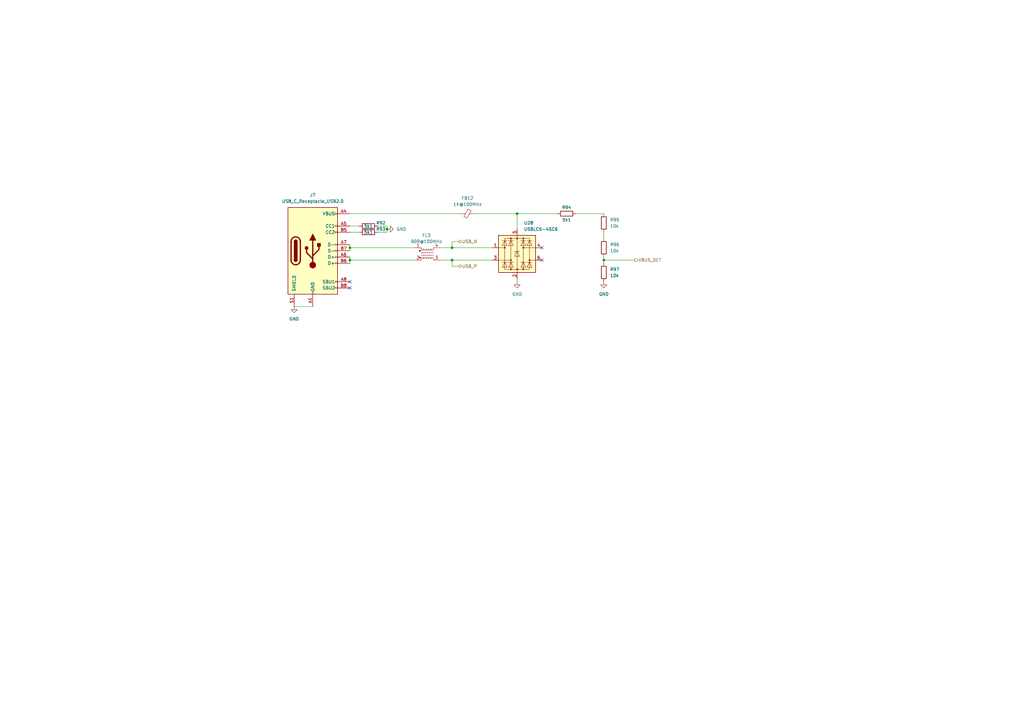
<source format=kicad_sch>
(kicad_sch (version 20211123) (generator eeschema)
  (paper "A3")
  (title_block (title "Kirdy") (date "2022-07-03") (rev "r0.1") (company "M-Labs") (comment 1 "Alex Wong Tat Hang"))
  (lib_symbols
    (symbol "Connector:USB_C_Receptacle_USB2.0" (pin_names (offset 1.016))
      (property "Reference" "J" (at -10.16 19.05 0))
      (property "Value" "USB_C_Receptacle_USB2.0" (at 19.05 19.05 0))
      (symbol "USB_C_Receptacle_USB2.0_0_0"
        (rectangle (start -0.254 -17.78) (end 0.254 -16.764))
        (rectangle (start 10.16 -14.986) (end 9.144 -15.494))
        (rectangle (start 10.16 -12.446) (end 9.144 -12.954))
        (rectangle (start 10.16 -4.826) (end 9.144 -5.334))
        (rectangle (start 10.16 -2.286) (end 9.144 -2.794))
        (rectangle (start 10.16 0.254) (end 9.144 -0.254))
        (rectangle (start 10.16 2.794) (end 9.144 2.286))
        (rectangle (start 10.16 7.874) (end 9.144 7.366))
        (rectangle (start 10.16 10.414) (end 9.144 9.906))
        (rectangle (start 10.16 15.494) (end 9.144 14.986))
      )
      (symbol "USB_C_Receptacle_USB2.0_0_1"
        (rectangle (start -10.16 17.78) (end 10.16 -17.78) (stroke (width 0.254)) (fill (type background)))
        (arc (start -8.89 -3.81) (mid -6.985 -5.715) (end -5.08 -3.81) (stroke (width 0.508)))
        (arc (start -7.62 -3.81) (mid -6.985 -4.445) (end -6.35 -3.81) (stroke (width 0.254)))
        (arc (start -7.62 -3.81) (mid -6.985 -4.445) (end -6.35 -3.81) (stroke (width 0.254)) (fill (type outline)))
        (rectangle (start -7.62 -3.81) (end -6.35 3.81) (stroke (width 0.254)) (fill (type outline)))
        (arc (start -6.35 3.81) (mid -6.985 4.445) (end -7.62 3.81) (stroke (width 0.254)))
        (arc (start -6.35 3.81) (mid -6.985 4.445) (end -7.62 3.81) (stroke (width 0.254)) (fill (type outline)))
        (arc (start -5.08 3.81) (mid -6.985 5.715) (end -8.89 3.81) (stroke (width 0.508)))
        (circle (center -2.54 1.143) (radius 0.635) (stroke (width 0.254)) (fill (type outline)))
        (circle (center 0 -5.842) (radius 1.27) (fill (type outline)))
        (polyline (pts (xy -8.89 -3.81) (xy -8.89 3.81)) (stroke (width 0.508)))
        (polyline (pts (xy -5.08 3.81) (xy -5.08 -3.81)) (stroke (width 0.508)))
        (polyline (pts (xy 0 -5.842) (xy 0 4.318)) (stroke (width 0.508)))
        (polyline (pts (xy 0 -3.302) (xy -2.54 -0.762) (xy -2.54 0.508)) (stroke (width 0.508)))
        (polyline (pts (xy 0 -2.032) (xy 2.54 0.508) (xy 2.54 1.778)) (stroke (width 0.508)))
        (polyline (pts (xy -1.27 4.318) (xy 0 6.858) (xy 1.27 4.318) (xy -1.27 4.318)) (stroke (width 0.254)) (fill (type outline)))
        (rectangle (start 1.905 1.778) (end 3.175 3.048) (stroke (width 0.254)) (fill (type outline)))
      )
      (symbol "USB_C_Receptacle_USB2.0_1_1"
        (pin passive line (at 0 -22.86 90) (length 5.08) (name "GND") (number "A1"))
        (pin passive line (at 0 -22.86 90) (length 5.08) hide (name "GND") (number "A12"))
        (pin passive line (at 15.24 15.24 180) (length 5.08) (name "VBUS") (number "A4"))
        (pin bidirectional line (at 15.24 10.16 180) (length 5.08) (name "CC1") (number "A5"))
        (pin bidirectional line (at 15.24 -2.54 180) (length 5.08) (name "D+") (number "A6"))
        (pin bidirectional line (at 15.24 2.54 180) (length 5.08) (name "D-") (number "A7"))
        (pin bidirectional line (at 15.24 -12.7 180) (length 5.08) (name "SBU1") (number "A8"))
        (pin passive line (at 15.24 15.24 180) (length 5.08) hide (name "VBUS") (number "A9"))
        (pin passive line (at 0 -22.86 90) (length 5.08) hide (name "GND") (number "B1"))
        (pin passive line (at 0 -22.86 90) (length 5.08) hide (name "GND") (number "B12"))
        (pin passive line (at 15.24 15.24 180) (length 5.08) hide (name "VBUS") (number "B4"))
        (pin bidirectional line (at 15.24 7.62 180) (length 5.08) (name "CC2") (number "B5"))
        (pin bidirectional line (at 15.24 -5.08 180) (length 5.08) (name "D+") (number "B6"))
        (pin bidirectional line (at 15.24 0 180) (length 5.08) (name "D-") (number "B7"))
        (pin bidirectional line (at 15.24 -15.24 180) (length 5.08) (name "SBU2") (number "B8"))
        (pin passive line (at 15.24 15.24 180) (length 5.08) hide (name "VBUS") (number "B9"))
        (pin passive line (at -7.62 -22.86 90) (length 5.08) (name "SHIELD") (number "S1"))
      )
    )
    (symbol "Device:FerriteBead_Small" (pin_numbers hide) (pin_names (offset 0))
      (property "Reference" "FB" (at 1.905 1.27 0))
      (property "Value" "FerriteBead_Small" (at 1.905 -1.27 0))
      (symbol "FerriteBead_Small_0_1"
        (polyline (pts (xy 0 -1.27) (xy 0 -0.7874)))
        (polyline (pts (xy 0 0.889) (xy 0 1.2954)))
        (polyline (pts (xy -1.8288 0.2794) (xy -1.1176 1.4986) (xy 1.8288 -0.2032) (xy 1.1176 -1.4224) (xy -1.8288 0.2794)))
      )
      (symbol "FerriteBead_Small_1_1"
        (pin passive line (at 0 2.54 270) (length 1.27) (name "~") (number "1"))
        (pin passive line (at 0 -2.54 90) (length 1.27) (name "~") (number "2"))
      )
    )
    (symbol "Device:Filter_EMI_LL_1423" (pin_names hide)
      (property "Reference" "FL" (at 0 4.445 0))
      (property "Value" "Filter_EMI_LL_1423" (at 0 -4.445 0))
      (symbol "Filter_EMI_LL_1423_0_1"
        (circle (center -3.048 -1.27) (radius 0.254) (fill (type outline)))
        (circle (center -3.048 1.524) (radius 0.254) (fill (type outline)))
        (arc (start -2.54 2.032) (mid -2.032 1.524) (end -1.524 2.032))
        (arc (start -1.524 -2.032) (mid -2.032 -1.524) (end -2.54 -2.032))
        (arc (start -1.524 2.032) (mid -1.016 1.524) (end -0.508 2.032))
        (arc (start -0.508 -2.032) (mid -1.016 -1.524) (end -1.524 -2.032))
        (arc (start -0.508 2.032) (mid 0 1.524) (end 0.508 2.032))
        (polyline (pts (xy -2.54 -2.032) (xy -2.54 -2.54)))
        (polyline (pts (xy -2.54 0.508) (xy 2.54 0.508)))
        (polyline (pts (xy -2.54 2.032) (xy -2.54 2.54)))
        (polyline (pts (xy 2.54 -2.032) (xy 2.54 -2.54)))
        (polyline (pts (xy 2.54 -0.508) (xy -2.54 -0.508)))
        (polyline (pts (xy 2.54 2.54) (xy 2.54 2.032)))
        (arc (start 0.508 -2.032) (mid 0 -1.524) (end -0.508 -2.032))
        (arc (start 0.508 2.032) (mid 1.016 1.524) (end 1.524 2.032))
        (arc (start 1.524 -2.032) (mid 1.016 -1.524) (end 0.508 -2.032))
        (arc (start 1.524 2.032) (mid 2.032 1.524) (end 2.54 2.032))
        (arc (start 2.54 -2.032) (mid 2.032 -1.524) (end 1.524 -2.032))
      )
      (symbol "Filter_EMI_LL_1423_1_1"
        (pin passive line (at -5.08 -2.54 0) (length 2.54) (name "1") (number "1"))
        (pin passive line (at -5.08 2.54 0) (length 2.54) (name "2") (number "2"))
        (pin passive line (at 5.08 2.54 180) (length 2.54) (name "3") (number "3"))
        (pin passive line (at 5.08 -2.54 180) (length 2.54) (name "4") (number "4"))
      )
    )
    (symbol "Device:R" (pin_numbers hide) (pin_names (offset 0))
      (property "Reference" "R" (at 2.032 0 90))
      (property "Value" "R" (at 0 0 90))
      (symbol "R_0_1"
        (rectangle (start -1.016 -2.54) (end 1.016 2.54) (stroke (width 0.254)))
      )
      (symbol "R_1_1"
        (pin passive line (at 0 3.81 270) (length 1.27) (name "~") (number "1"))
        (pin passive line (at 0 -3.81 90) (length 1.27) (name "~") (number "2"))
      )
    )
    (symbol "Power_Protection:USBLC6-4SC6" (pin_names hide)
      (property "Reference" "U" (at 2.54 8.89 0))
      (property "Value" "USBLC6-4SC6" (at 2.54 -8.89 0))
      (symbol "USBLC6-4SC6_0_1"
        (rectangle (start -7.62 -7.62) (end 7.62 7.62) (stroke (width 0.254)) (fill (type background)))
        (circle (center -5.08 2.54) (radius 0.254) (fill (type outline)))
        (circle (center -2.54 -6.35) (radius 0.254) (fill (type outline)))
        (circle (center -2.54 -2.54) (radius 0.254) (fill (type outline)))
        (circle (center -2.54 6.35) (radius 0.254) (fill (type outline)))
        (rectangle (start -2.54 6.35) (end 2.54 -6.35))
        (circle (center 0 -6.35) (radius 0.254) (fill (type outline)))
        (polyline (pts (xy -5.08 2.54) (xy -7.62 2.54)))
        (polyline (pts (xy -4.064 -3.429) (xy -6.096 -3.429)))
        (polyline (pts (xy -4.064 5.461) (xy -6.096 5.461)))
        (polyline (pts (xy -2.54 -2.54) (xy -7.62 -2.54)))
        (polyline (pts (xy -1.524 -3.429) (xy -3.556 -3.429)))
        (polyline (pts (xy -1.524 5.461) (xy -3.556 5.461)))
        (polyline (pts (xy 0 -7.62) (xy 0 -6.35)))
        (polyline (pts (xy 0 -6.35) (xy 0 1.27)))
        (polyline (pts (xy 0 1.27) (xy 0 6.35)))
        (polyline (pts (xy 0 6.35) (xy 0 7.62)))
        (polyline (pts (xy 1.524 -3.429) (xy 3.556 -3.429)))
        (polyline (pts (xy 1.524 5.461) (xy 3.556 5.461)))
        (polyline (pts (xy 2.54 2.54) (xy 7.62 2.54)))
        (polyline (pts (xy 4.064 -3.429) (xy 6.096 -3.429)))
        (polyline (pts (xy 4.064 5.461) (xy 6.096 5.461)))
        (polyline (pts (xy 5.08 -2.54) (xy 7.62 -2.54)))
        (polyline (pts (xy -6.096 -5.461) (xy -4.064 -5.461) (xy -5.08 -3.429) (xy -6.096 -5.461)))
        (polyline (pts (xy -6.096 3.429) (xy -4.064 3.429) (xy -5.08 5.461) (xy -6.096 3.429)))
        (polyline (pts (xy -3.556 -5.461) (xy -1.524 -5.461) (xy -2.54 -3.429) (xy -3.556 -5.461)))
        (polyline (pts (xy -3.556 3.429) (xy -1.524 3.429) (xy -2.54 5.461) (xy -3.556 3.429)))
        (polyline (pts (xy -2.54 6.35) (xy -5.08 6.35) (xy -5.08 -6.35) (xy -2.54 -6.35)))
        (polyline (pts (xy -1.016 -1.016) (xy 1.016 -1.016) (xy 0 1.016) (xy -1.016 -1.016)))
        (polyline (pts (xy 1.016 1.016) (xy 0.762 1.016) (xy -1.016 1.016) (xy -1.016 0.508)))
        (polyline (pts (xy 2.54 6.35) (xy 5.08 6.35) (xy 5.08 -6.35) (xy 2.54 -6.35)))
        (polyline (pts (xy 3.556 -5.461) (xy 1.524 -5.461) (xy 2.54 -3.429) (xy 3.556 -5.461)))
        (polyline (pts (xy 3.556 3.429) (xy 1.524 3.429) (xy 2.54 5.461) (xy 3.556 3.429)))
        (polyline (pts (xy 6.096 -5.461) (xy 4.064 -5.461) (xy 5.08 -3.429) (xy 6.096 -5.461)))
        (polyline (pts (xy 6.096 3.429) (xy 4.064 3.429) (xy 5.08 5.461) (xy 6.096 3.429)))
        (circle (center 0 6.35) (radius 0.254) (fill (type outline)))
        (circle (center 2.54 -6.35) (radius 0.254) (fill (type outline)))
        (circle (center 2.54 2.54) (radius 0.254) (fill (type outline)))
        (circle (center 2.54 6.35) (radius 0.254) (fill (type outline)))
        (circle (center 5.08 -2.54) (radius 0.254) (fill (type outline)))
      )
      (symbol "USBLC6-4SC6_1_1"
        (pin passive line (at -10.16 2.54 0) (length 2.54) (name "I/O1") (number "1"))
        (pin passive line (at 0 -10.16 90) (length 2.54) (name "GND") (number "2"))
        (pin passive line (at -10.16 -2.54 0) (length 2.54) (name "I/O2") (number "3"))
        (pin passive line (at 10.16 2.54 180) (length 2.54) (name "I/O3") (number "4"))
        (pin passive line (at 0 10.16 270) (length 2.54) (name "VBUS") (number "5"))
        (pin passive line (at 10.16 -2.54 180) (length 2.54) (name "I/O4") (number "6"))
      )
    )
    (symbol "power:GND" (power) (pin_names (offset 0))
      (property "Value" "GND" (at 0 -3.81 0))
      (symbol "GND_0_1"
        (polyline (pts (xy 0 0) (xy 0 -1.27) (xy 1.27 -1.27) (xy 0 -2.54) (xy -1.27 -1.27) (xy 0 -1.27)))
      )
      (symbol "GND_1_1"
        (pin power_in line (at 0 0 270) (length 0) hide (name "GND") (number "1"))
      )
    )
  )
  (junction (at 143.51 101.6))
  (junction (at 143.51 106.68))
  (junction (at 212.09 87.63))
  (junction (at 247.65 106.68))
  (junction (at 185.42 101.6))
  (junction (at 158.75 93.98))
  (junction (at 185.42 106.68))
  (no_connect (at 222.25 106.68))
  (no_connect (at 222.25 101.6))
  (no_connect (at 143.51 118.11))
  (no_connect (at 143.51 115.57))
  (wire (pts (xy 143.51 106.68) (xy 143.51 107.95)))
  (wire (pts (xy 185.42 109.22) (xy 185.42 106.68)))
  (wire (pts (xy 143.51 87.63) (xy 189.23 87.63)))
  (wire (pts (xy 180.34 106.68) (xy 185.42 106.68)))
  (wire (pts (xy 158.75 95.25) (xy 158.75 93.98)))
  (wire (pts (xy 247.65 105.41) (xy 247.65 106.68)))
  (wire (pts (xy 187.96 99.06) (xy 185.42 99.06)))
  (wire (pts (xy 212.09 115.57) (xy 212.09 114.3)))
  (wire (pts (xy 247.65 106.68) (xy 247.65 107.95)))
  (wire (pts (xy 158.75 93.98) (xy 158.75 92.71)))
  (wire (pts (xy 180.34 101.6) (xy 185.42 101.6)))
  (wire (pts (xy 247.65 95.25) (xy 247.65 97.79)))
  (wire (pts (xy 143.51 101.6) (xy 143.51 102.87)))
  (wire (pts (xy 143.51 105.41) (xy 143.51 106.68)))
  (wire (pts (xy 236.22 87.63) (xy 247.65 87.63)))
  (wire (pts (xy 154.94 95.25) (xy 158.75 95.25)))
  (wire (pts (xy 158.75 92.71) (xy 154.94 92.71)))
  (wire (pts (xy 120.65 125.73) (xy 128.27 125.73)))
  (wire (pts (xy 212.09 87.63) (xy 212.09 93.98)))
  (wire (pts (xy 185.42 101.6) (xy 201.93 101.6)))
  (wire (pts (xy 194.31 87.63) (xy 212.09 87.63)))
  (wire (pts (xy 143.51 101.6) (xy 170.18 101.6)))
  (wire (pts (xy 143.51 106.68) (xy 170.18 106.68)))
  (wire (pts (xy 185.42 99.06) (xy 185.42 101.6)))
  (wire (pts (xy 143.51 95.25) (xy 147.32 95.25)))
  (wire (pts (xy 247.65 106.68) (xy 260.35 106.68)))
  (wire (pts (xy 212.09 87.63) (xy 228.6 87.63)))
  (wire (pts (xy 187.96 109.22) (xy 185.42 109.22)))
  (wire (pts (xy 185.42 106.68) (xy 201.93 106.68)))
  (wire (pts (xy 143.51 100.33) (xy 143.51 101.6)))
  (wire (pts (xy 143.51 92.71) (xy 147.32 92.71)))
  (hierarchical_label "VBUS_DET" (shape output) (at 260.35 106.68 0))
  (hierarchical_label "USB_N" (shape bidirectional) (at 187.96 99.06 0))
  (hierarchical_label "USB_P" (shape bidirectional) (at 187.96 109.22 0))
  (symbol (lib_id "power:GND") (at 247.65 115.57 0) (unit 1)
    (property "Reference" "#PWR0155" (effects hide))
    (property "Value" "GND" (at 247.65 120.65 0))
  )
  (symbol (lib_id "power:GND") (at 158.75 93.98 90) (unit 1)
    (property "Reference" "#PWR0153" (effects hide))
    (property "Value" "GND" (at 162.56 93.9799 90) (effects (justify right)))
  )
  (symbol (lib_id "power:GND") (at 212.09 115.57 0) (unit 1)
    (property "Reference" "#PWR0154" (effects hide))
    (property "Value" "GND" (at 212.09 120.65 0))
  )
  (symbol (lib_id "Connector:USB_C_Receptacle_USB2.0") (at 128.27 102.87 0) (unit 1)
    (property "Reference" "J7" (at 128.27 80.01 0))
    (property "Value" "USB_C_Receptacle_USB2.0" (at 128.27 82.55 0))
    (property "Datasheet" "https://www.usb.org/sites/default/files/documents/usb_type-c.zip" (effects hide))
  )
  (symbol (lib_id "Device:R") (at 151.13 92.71 90) (unit 1)
    (property "Reference" "R92" (at 156.21 91.44 90))
    (property "Value" "5k1" (at 151.13 92.71 90))
  )
  (symbol (lib_id "Device:R") (at 247.65 111.76 180) (unit 1)
    (property "Reference" "R97" (at 250.19 110.4899 0) (effects (justify right)))
    (property "Value" "10k" (at 250.19 113.0299 0) (effects (justify right)))
  )
  (symbol (lib_id "Power_Protection:USBLC6-4SC6") (at 212.09 104.14 0) (unit 1)
    (property "Reference" "U28" (at 214.8587 91.44 0) (effects (justify left)))
    (property "Value" "USBLC6-4SC6" (at 214.8587 93.98 0) (effects (justify left)))
    (property "Footprint" "Package_TO_SOT_SMD:SOT-23-6" (effects hide))
    (property "Datasheet" "https://www.st.com/resource/en/datasheet/usblc6-4.pdf" (effects hide))
  )
  (symbol (lib_id "Device:FerriteBead_Small") (at 191.77 87.63 90) (unit 1)
    (property "Reference" "FB12" (at 191.7319 81.28 90))
    (property "Value" "1K@100MHz" (at 191.7319 83.82 90))
  )
  (symbol (lib_id "Device:Filter_EMI_LL_1423") (at 175.26 104.14 0) (mirror x) (unit 1)
    (property "Reference" "FL3" (at 174.879 96.52 0))
    (property "Value" "90R@100MHz" (at 174.879 99.06 0))
  )
  (symbol (lib_id "Device:R") (at 151.13 95.25 90) (unit 1)
    (property "Reference" "R93" (at 156.21 93.98 90))
    (property "Value" "5k1" (at 151.13 95.25 90))
  )
  (symbol (lib_id "Device:R") (at 232.41 87.63 90) (unit 1)
    (property "Reference" "R94" (at 232.41 85.09 90))
    (property "Value" "5k1" (at 232.41 90.17 90))
  )
  (symbol (lib_id "Device:R") (at 247.65 101.6 180) (unit 1)
    (property "Reference" "R96" (at 250.19 100.3299 0) (effects (justify right)))
    (property "Value" "10k" (at 250.19 102.8699 0) (effects (justify right)))
  )
  (symbol (lib_id "Device:R") (at 247.65 91.44 180) (unit 1)
    (property "Reference" "R95" (at 250.19 90.1699 0) (effects (justify right)))
    (property "Value" "10k" (at 250.19 92.7099 0) (effects (justify right)))
  )
  (symbol (lib_id "power:GND") (at 120.65 125.73 0) (unit 1)
    (property "Reference" "#PWR0152" (effects hide))
    (property "Value" "GND" (at 120.65 130.81 0))
  )
)
</source>
